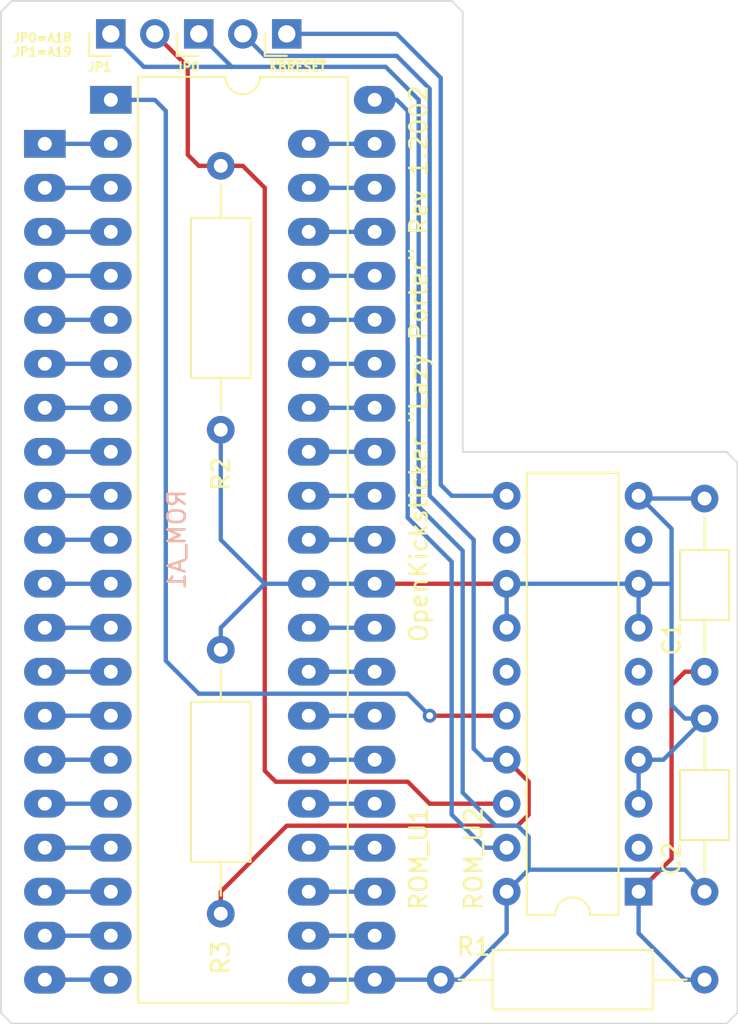
<source format=kicad_pcb>
(kicad_pcb (version 20171130) (host pcbnew "(5.1.5)-3")

  (general
    (thickness 1.6)
    (drawings 13)
    (tracks 138)
    (zones 0)
    (modules 11)
    (nets 53)
  )

  (page A4)
  (title_block
    (title OpenKicksticker)
    (date 2020-02-05)
    (rev 1.2002)
    (comment 4 "Latching Quad Kickstart Switcher (A500+)")
  )

  (layers
    (0 F.Cu signal hide)
    (31 B.Cu signal hide)
    (32 B.Adhes user hide)
    (33 F.Adhes user hide)
    (34 B.Paste user hide)
    (35 F.Paste user)
    (36 B.SilkS user hide)
    (37 F.SilkS user)
    (38 B.Mask user hide)
    (39 F.Mask user)
    (40 Dwgs.User user hide)
    (41 Cmts.User user hide)
    (42 Eco1.User user hide)
    (43 Eco2.User user hide)
    (44 Edge.Cuts user)
    (45 Margin user hide)
    (46 B.CrtYd user hide)
    (47 F.CrtYd user hide)
    (48 B.Fab user hide)
    (49 F.Fab user hide)
  )

  (setup
    (last_trace_width 0.25)
    (trace_clearance 0.2)
    (zone_clearance 0.508)
    (zone_45_only no)
    (trace_min 0.2)
    (via_size 0.8)
    (via_drill 0.4)
    (via_min_size 0.4)
    (via_min_drill 0.3)
    (uvia_size 0.3)
    (uvia_drill 0.1)
    (uvias_allowed no)
    (uvia_min_size 0.2)
    (uvia_min_drill 0.1)
    (edge_width 0.05)
    (segment_width 0.2)
    (pcb_text_width 0.3)
    (pcb_text_size 1.5 1.5)
    (mod_edge_width 0.127)
    (mod_text_size 1 1)
    (mod_text_width 0.15)
    (pad_size 1.524 1.524)
    (pad_drill 0.762)
    (pad_to_mask_clearance 0.0508)
    (aux_axis_origin 0 0)
    (visible_elements 7FFFFFFF)
    (pcbplotparams
      (layerselection 0x010fc_ffffffff)
      (usegerberextensions false)
      (usegerberattributes false)
      (usegerberadvancedattributes false)
      (creategerberjobfile false)
      (excludeedgelayer true)
      (linewidth 0.100000)
      (plotframeref false)
      (viasonmask false)
      (mode 1)
      (useauxorigin false)
      (hpglpennumber 1)
      (hpglpenspeed 20)
      (hpglpendiameter 15.000000)
      (psnegative false)
      (psa4output false)
      (plotreference true)
      (plotvalue true)
      (plotinvisibletext false)
      (padsonsilk false)
      (subtractmaskfromsilk false)
      (outputformat 1)
      (mirror false)
      (drillshape 1)
      (scaleselection 1)
      (outputdirectory ""))
  )

  (net 0 "")
  (net 1 "Net-(C1-Pad1)")
  (net 2 "Net-(C1-Pad2)")
  (net 3 "Net-(C2-Pad1)")
  (net 4 "Net-(R2-Pad1)")
  (net 5 "Net-(R3-Pad1)")
  (net 6 /a17)
  (net 7 /a7)
  (net 8 /d4)
  (net 9 /a6)
  (net 10 /d12)
  (net 11 /a5)
  (net 12 /d5)
  (net 13 /a4)
  (net 14 /d13)
  (net 15 /a3)
  (net 16 /d6)
  (net 17 /a2)
  (net 18 /d14)
  (net 19 /a1)
  (net 20 /d7)
  (net 21 /a0)
  (net 22 /d15)
  (net 23 /~ce)
  (net 24 /vpp)
  (net 25 /~oe)
  (net 26 /a16)
  (net 27 /d0)
  (net 28 /a15)
  (net 29 /d8)
  (net 30 /a14)
  (net 31 /d1)
  (net 32 /a13)
  (net 33 /d9)
  (net 34 /a12)
  (net 35 /d2)
  (net 36 /a11)
  (net 37 /d10)
  (net 38 /a10)
  (net 39 /d3)
  (net 40 /a9)
  (net 41 /d11)
  (net 42 /a8)
  (net 43 "Net-(ROM_U1-Pad1)")
  (net 44 "Net-(ROM_U1-Pad42)")
  (net 45 "Net-(ROM_U2-Pad11)")
  (net 46 "Net-(ROM_U2-Pad2)")
  (net 47 "Net-(ROM_U2-Pad12)")
  (net 48 "Net-(ROM_U2-Pad5)")
  (net 49 "Net-(ROM_U2-Pad15)")
  (net 50 "Net-(ROM_U2-Pad6)")
  (net 51 "Net-(ROM_U2-Pad9)")
  (net 52 "Net-(ROM_A1-Pad11)")

  (net_class Default "This is the default net class."
    (clearance 0.2)
    (trace_width 0.25)
    (via_dia 0.8)
    (via_drill 0.4)
    (uvia_dia 0.3)
    (uvia_drill 0.1)
    (add_net /a0)
    (add_net /a1)
    (add_net /a10)
    (add_net /a11)
    (add_net /a12)
    (add_net /a13)
    (add_net /a14)
    (add_net /a15)
    (add_net /a16)
    (add_net /a17)
    (add_net /a2)
    (add_net /a3)
    (add_net /a4)
    (add_net /a5)
    (add_net /a6)
    (add_net /a7)
    (add_net /a8)
    (add_net /a9)
    (add_net /d0)
    (add_net /d1)
    (add_net /d10)
    (add_net /d11)
    (add_net /d12)
    (add_net /d13)
    (add_net /d14)
    (add_net /d15)
    (add_net /d2)
    (add_net /d3)
    (add_net /d4)
    (add_net /d5)
    (add_net /d6)
    (add_net /d7)
    (add_net /d8)
    (add_net /d9)
    (add_net /vpp)
    (add_net /~ce)
    (add_net /~oe)
    (add_net "Net-(C1-Pad1)")
    (add_net "Net-(C1-Pad2)")
    (add_net "Net-(C2-Pad1)")
    (add_net "Net-(R2-Pad1)")
    (add_net "Net-(R3-Pad1)")
    (add_net "Net-(ROM_A1-Pad11)")
    (add_net "Net-(ROM_U1-Pad1)")
    (add_net "Net-(ROM_U1-Pad42)")
    (add_net "Net-(ROM_U2-Pad11)")
    (add_net "Net-(ROM_U2-Pad12)")
    (add_net "Net-(ROM_U2-Pad15)")
    (add_net "Net-(ROM_U2-Pad2)")
    (add_net "Net-(ROM_U2-Pad5)")
    (add_net "Net-(ROM_U2-Pad6)")
    (add_net "Net-(ROM_U2-Pad9)")
  )

  (module Package_DIP:DIP-40_W15.24mm_LongPads (layer F.Cu) (tedit 5E3BBF20) (tstamp 5E3B4C83)
    (at 127 69.215)
    (descr "40-lead though-hole mounted DIP package, row spacing 15.24 mm (600 mils), LongPads")
    (tags "THT DIP DIL PDIP 2.54mm 15.24mm 600mil LongPads")
    (path /5EC0E7B7)
    (fp_text reference ROM_A1 (at 7.62 22.86 90) (layer B.SilkS)
      (effects (font (size 1 1) (thickness 0.15)) (justify mirror))
    )
    (fp_text value 27C400_Amiga_Driver (at 8.89 22.86 90) (layer B.Fab)
      (effects (font (size 1 1) (thickness 0.15)) (justify mirror))
    )
    (fp_line (start -1.5 -1.524) (end -1.5 49.784) (layer F.CrtYd) (width 0.05))
    (fp_line (start -1.5 49.784) (end 1.524 49.784) (layer F.CrtYd) (width 0.05))
    (fp_line (start 16.764 49.784) (end 16.764 -1.524) (layer F.CrtYd) (width 0.05))
    (fp_line (start 1.524 -1.524) (end -1.5 -1.524) (layer F.CrtYd) (width 0.05))
    (fp_text user %R (at 5.715 22.86 90) (layer B.Fab)
      (effects (font (size 1 1) (thickness 0.15)) (justify mirror))
    )
    (fp_line (start 16.764 -1.524) (end 13.716 -1.524) (layer F.CrtYd) (width 0.05))
    (fp_line (start 13.716 49.784) (end 16.764 49.784) (layer F.CrtYd) (width 0.05))
    (fp_line (start 13.716 49.784) (end 13.716 -1.524) (layer F.CrtYd) (width 0.05))
    (fp_line (start 1.524 -1.524) (end 1.524 49.784) (layer F.CrtYd) (width 0.05))
    (fp_line (start -1.524 -1.524) (end 1.524 -1.524) (layer B.Fab) (width 0.12))
    (fp_line (start 1.524 -1.524) (end 1.524 49.784) (layer B.Fab) (width 0.12))
    (fp_line (start 1.524 49.784) (end -1.524 49.784) (layer B.Fab) (width 0.12))
    (fp_line (start -1.524 49.784) (end -1.524 -1.524) (layer B.Fab) (width 0.12))
    (fp_line (start 13.716 -1.524) (end 16.764 -1.524) (layer B.Fab) (width 0.12))
    (fp_line (start 16.764 -1.524) (end 16.764 49.784) (layer B.Fab) (width 0.12))
    (fp_line (start 16.764 49.784) (end 13.716 49.784) (layer B.Fab) (width 0.12))
    (fp_line (start 13.716 49.784) (end 13.716 -1.524) (layer B.Fab) (width 0.12))
    (pad 1 thru_hole rect (at 0 0) (size 2.4 1.6) (drill 0.8) (layers *.Cu *.Mask)
      (net 6 /a17))
    (pad 21 thru_hole oval (at 15.24 48.26) (size 2.4 1.6) (drill 0.8) (layers *.Cu *.Mask)
      (net 3 "Net-(C2-Pad1)"))
    (pad 2 thru_hole oval (at 0 2.54) (size 2.4 1.6) (drill 0.8) (layers *.Cu *.Mask)
      (net 7 /a7))
    (pad 22 thru_hole oval (at 15.24 45.72) (size 2.4 1.6) (drill 0.8) (layers *.Cu *.Mask)
      (net 8 /d4))
    (pad 3 thru_hole oval (at 0 5.08) (size 2.4 1.6) (drill 0.8) (layers *.Cu *.Mask)
      (net 9 /a6))
    (pad 23 thru_hole oval (at 15.24 43.18) (size 2.4 1.6) (drill 0.8) (layers *.Cu *.Mask)
      (net 10 /d12))
    (pad 4 thru_hole oval (at 0 7.62) (size 2.4 1.6) (drill 0.8) (layers *.Cu *.Mask)
      (net 11 /a5))
    (pad 24 thru_hole oval (at 15.24 40.64) (size 2.4 1.6) (drill 0.8) (layers *.Cu *.Mask)
      (net 12 /d5))
    (pad 5 thru_hole oval (at 0 10.16) (size 2.4 1.6) (drill 0.8) (layers *.Cu *.Mask)
      (net 13 /a4))
    (pad 25 thru_hole oval (at 15.24 38.1) (size 2.4 1.6) (drill 0.8) (layers *.Cu *.Mask)
      (net 14 /d13))
    (pad 6 thru_hole oval (at 0 12.7) (size 2.4 1.6) (drill 0.8) (layers *.Cu *.Mask)
      (net 15 /a3))
    (pad 26 thru_hole oval (at 15.24 35.56) (size 2.4 1.6) (drill 0.8) (layers *.Cu *.Mask)
      (net 16 /d6))
    (pad 7 thru_hole oval (at 0 15.24) (size 2.4 1.6) (drill 0.8) (layers *.Cu *.Mask)
      (net 17 /a2))
    (pad 27 thru_hole oval (at 15.24 33.02) (size 2.4 1.6) (drill 0.8) (layers *.Cu *.Mask)
      (net 18 /d14))
    (pad 8 thru_hole oval (at 0 17.78) (size 2.4 1.6) (drill 0.8) (layers *.Cu *.Mask)
      (net 19 /a1))
    (pad 28 thru_hole oval (at 15.24 30.48) (size 2.4 1.6) (drill 0.8) (layers *.Cu *.Mask)
      (net 20 /d7))
    (pad 9 thru_hole oval (at 0 20.32) (size 2.4 1.6) (drill 0.8) (layers *.Cu *.Mask)
      (net 21 /a0))
    (pad 29 thru_hole oval (at 15.24 27.94) (size 2.4 1.6) (drill 0.8) (layers *.Cu *.Mask)
      (net 22 /d15))
    (pad 10 thru_hole oval (at 0 22.86) (size 2.4 1.6) (drill 0.8) (layers *.Cu *.Mask)
      (net 23 /~ce))
    (pad 30 thru_hole oval (at 15.24 25.4) (size 2.4 1.6) (drill 0.8) (layers *.Cu *.Mask)
      (net 2 "Net-(C1-Pad2)"))
    (pad 11 thru_hole oval (at 0 25.4) (size 2.4 1.6) (drill 0.8) (layers *.Cu *.Mask)
      (net 52 "Net-(ROM_A1-Pad11)"))
    (pad 31 thru_hole oval (at 15.24 22.86) (size 2.4 1.6) (drill 0.8) (layers *.Cu *.Mask)
      (net 24 /vpp))
    (pad 12 thru_hole oval (at 0 27.94) (size 2.4 1.6) (drill 0.8) (layers *.Cu *.Mask)
      (net 25 /~oe))
    (pad 32 thru_hole oval (at 15.24 20.32) (size 2.4 1.6) (drill 0.8) (layers *.Cu *.Mask)
      (net 26 /a16))
    (pad 13 thru_hole oval (at 0 30.48) (size 2.4 1.6) (drill 0.8) (layers *.Cu *.Mask)
      (net 27 /d0))
    (pad 33 thru_hole oval (at 15.24 17.78) (size 2.4 1.6) (drill 0.8) (layers *.Cu *.Mask)
      (net 28 /a15))
    (pad 14 thru_hole oval (at 0 33.02) (size 2.4 1.6) (drill 0.8) (layers *.Cu *.Mask)
      (net 29 /d8))
    (pad 34 thru_hole oval (at 15.24 15.24) (size 2.4 1.6) (drill 0.8) (layers *.Cu *.Mask)
      (net 30 /a14))
    (pad 15 thru_hole oval (at 0 35.56) (size 2.4 1.6) (drill 0.8) (layers *.Cu *.Mask)
      (net 31 /d1))
    (pad 35 thru_hole oval (at 15.24 12.7) (size 2.4 1.6) (drill 0.8) (layers *.Cu *.Mask)
      (net 32 /a13))
    (pad 16 thru_hole oval (at 0 38.1) (size 2.4 1.6) (drill 0.8) (layers *.Cu *.Mask)
      (net 33 /d9))
    (pad 36 thru_hole oval (at 15.24 10.16) (size 2.4 1.6) (drill 0.8) (layers *.Cu *.Mask)
      (net 34 /a12))
    (pad 17 thru_hole oval (at 0 40.64) (size 2.4 1.6) (drill 0.8) (layers *.Cu *.Mask)
      (net 35 /d2))
    (pad 37 thru_hole oval (at 15.24 7.62) (size 2.4 1.6) (drill 0.8) (layers *.Cu *.Mask)
      (net 36 /a11))
    (pad 18 thru_hole oval (at 0 43.18) (size 2.4 1.6) (drill 0.8) (layers *.Cu *.Mask)
      (net 37 /d10))
    (pad 38 thru_hole oval (at 15.24 5.08) (size 2.4 1.6) (drill 0.8) (layers *.Cu *.Mask)
      (net 38 /a10))
    (pad 19 thru_hole oval (at 0 45.72) (size 2.4 1.6) (drill 0.8) (layers *.Cu *.Mask)
      (net 39 /d3))
    (pad 39 thru_hole oval (at 15.24 2.54) (size 2.4 1.6) (drill 0.8) (layers *.Cu *.Mask)
      (net 40 /a9))
    (pad 20 thru_hole oval (at 0 48.26) (size 2.4 1.6) (drill 0.8) (layers *.Cu *.Mask)
      (net 41 /d11))
    (pad 40 thru_hole oval (at 15.24 0) (size 2.4 1.6) (drill 0.8) (layers *.Cu *.Mask)
      (net 42 /a8))
  )

  (module Connector_PinHeader_2.54mm:PinHeader_1x01_P2.54mm_Horizontal (layer F.Cu) (tedit 5E3BBCC5) (tstamp 5E3BE1B8)
    (at 140.97 62.865 90)
    (descr "Through hole angled pin header, 1x01, 2.54mm pitch, 6mm pin length, single row")
    (tags "Through hole angled pin header THT 1x01 2.54mm single row")
    (path /5EB94486)
    (fp_text reference ~KBRESET (at -1.905 0.635 180) (layer F.SilkS)
      (effects (font (size 0.5 0.5) (thickness 0.125)))
    )
    (fp_text value Conn_01x01_Male (at 5.08 2.54 90) (layer F.Fab) hide
      (effects (font (size 1 1) (thickness 0.15)))
    )
    (fp_line (start -1.27 0) (end -1.27 -1.27) (layer F.SilkS) (width 0.12))
    (fp_line (start -1.27 -1.27) (end 0 -1.27) (layer F.SilkS) (width 0.12))
    (fp_line (start -1.27 -1.27) (end -1.27 1.27) (layer F.CrtYd) (width 0.05))
    (fp_line (start -1.27 1.27) (end 1.27 1.27) (layer F.CrtYd) (width 0.05))
    (fp_line (start 1.27 1.27) (end 1.27 -1.27) (layer F.CrtYd) (width 0.05))
    (fp_line (start 1.27 -1.27) (end -1.27 -1.27) (layer F.CrtYd) (width 0.05))
    (fp_text user ~KB (at 0 0) (layer F.Fab)
      (effects (font (size 0.7 0.7) (thickness 0.15)))
    )
    (fp_line (start -1.27 -1.27) (end -1.27 1.27) (layer F.Fab) (width 0.12))
    (fp_line (start -1.27 1.27) (end 1.27 1.27) (layer F.Fab) (width 0.12))
    (fp_line (start 1.27 1.27) (end 1.27 -1.27) (layer F.Fab) (width 0.12))
    (fp_line (start 1.27 -1.27) (end -1.27 -1.27) (layer F.Fab) (width 0.12))
    (pad 1 thru_hole rect (at 0 0 90) (size 1.7 1.7) (drill 1) (layers *.Cu *.Mask)
      (net 45 "Net-(ROM_U2-Pad11)"))
    (model ${KISYS3DMOD}/Connector_PinHeader_2.54mm.3dshapes/PinHeader_1x01_P2.54mm_Horizontal.wrl
      (at (xyz 0 0 0))
      (scale (xyz 1 1 1))
      (rotate (xyz 0 0 0))
    )
  )

  (module Connector_PinHeader_2.54mm:PinHeader_1x02_P2.54mm_Horizontal (layer F.Cu) (tedit 5E3BBBF8) (tstamp 5E3BE254)
    (at 135.89 62.865 90)
    (descr "Through hole angled pin header, 1x02, 2.54mm pitch, 6mm pin length, single row")
    (tags "Through hole angled pin header THT 1x02 2.54mm single row")
    (path /5E6BCA9D)
    (fp_text reference JP0 (at -1.905 -0.635) (layer F.SilkS)
      (effects (font (size 0.5 0.5) (thickness 0.125)))
    )
    (fp_text value JP0 (at 0 1.27 180) (layer F.Fab)
      (effects (font (size 1 1) (thickness 0.15)))
    )
    (fp_line (start 1.27 -1.27) (end -1.8 -1.27) (layer F.CrtYd) (width 0.05))
    (fp_line (start 1.27 3.81) (end 1.27 -1.27) (layer F.CrtYd) (width 0.05))
    (fp_line (start -1.8 3.81) (end 1.27 3.81) (layer F.CrtYd) (width 0.05))
    (fp_line (start -1.8 -1.27) (end -1.8 3.81) (layer F.CrtYd) (width 0.05))
    (fp_line (start -1.27 -1.27) (end 0 -1.27) (layer F.SilkS) (width 0.12))
    (fp_line (start -1.27 0) (end -1.27 -1.27) (layer F.SilkS) (width 0.12))
    (fp_line (start -0.32 2.22) (end -0.32 2.86) (layer F.Fab) (width 0.1))
    (fp_line (start -0.32 -0.32) (end -0.32 0.32) (layer F.Fab) (width 0.1))
    (fp_line (start -1.27 -0.635) (end -0.635 -1.27) (layer F.Fab) (width 0.12))
    (fp_line (start -0.635 -1.27) (end 1.27 -1.27) (layer F.Fab) (width 0.12))
    (fp_line (start 1.27 -1.27) (end 1.27 3.81) (layer F.Fab) (width 0.12))
    (fp_line (start 1.27 3.81) (end -1.27 3.81) (layer F.Fab) (width 0.12))
    (fp_line (start -1.27 3.81) (end -1.27 -0.635) (layer F.Fab) (width 0.12))
    (pad 2 thru_hole oval (at 0 2.54 90) (size 1.7 1.7) (drill 1) (layers *.Cu *.Mask)
      (net 5 "Net-(R3-Pad1)"))
    (pad 1 thru_hole rect (at 0 0 90) (size 1.7 1.7) (drill 1) (layers *.Cu *.Mask)
      (net 3 "Net-(C2-Pad1)"))
    (model ${KISYS3DMOD}/Connector_PinHeader_2.54mm.3dshapes/PinHeader_1x02_P2.54mm_Horizontal.wrl
      (at (xyz 0 0 0))
      (scale (xyz 1 1 1))
      (rotate (xyz 0 0 0))
    )
  )

  (module Connector_PinHeader_2.54mm:PinHeader_1x02_P2.54mm_Horizontal (layer F.Cu) (tedit 5E3BBB95) (tstamp 5E3B5CA1)
    (at 130.81 62.865 90)
    (descr "Through hole angled pin header, 1x02, 2.54mm pitch, 6mm pin length, single row")
    (tags "Through hole angled pin header THT 1x02 2.54mm single row")
    (path /5E6BD25F)
    (fp_text reference JP1 (at -1.905 -0.635 180) (layer F.SilkS)
      (effects (font (size 0.5 0.5) (thickness 0.125)))
    )
    (fp_text value JP1 (at 0 1.27 180) (layer F.Fab)
      (effects (font (size 1 1) (thickness 0.15)))
    )
    (fp_line (start -0.32 -0.32) (end -0.32 0.32) (layer F.Fab) (width 0.1))
    (fp_line (start -0.32 2.22) (end -0.32 2.86) (layer F.Fab) (width 0.1))
    (fp_line (start -1.27 0) (end -1.27 -1.27) (layer F.SilkS) (width 0.12))
    (fp_line (start -1.27 -1.27) (end 0 -1.27) (layer F.SilkS) (width 0.12))
    (fp_line (start -1.8 -1.27) (end -1.8 3.81) (layer F.CrtYd) (width 0.05))
    (fp_line (start -1.8 3.81) (end 1.27 3.81) (layer F.CrtYd) (width 0.05))
    (fp_line (start 1.27 3.81) (end 1.27 -1.27) (layer F.CrtYd) (width 0.05))
    (fp_line (start 1.27 -1.27) (end -1.8 -1.27) (layer F.CrtYd) (width 0.05))
    (fp_line (start -1.27 -0.635) (end -0.635 -1.27) (layer F.Fab) (width 0.12))
    (fp_line (start -0.635 -1.27) (end 1.27 -1.27) (layer F.Fab) (width 0.12))
    (fp_line (start 1.27 -1.27) (end 1.27 3.81) (layer F.Fab) (width 0.12))
    (fp_line (start 1.27 3.81) (end -1.27 3.81) (layer F.Fab) (width 0.12))
    (fp_line (start -1.27 3.81) (end -1.27 -0.635) (layer F.Fab) (width 0.12))
    (pad 1 thru_hole rect (at 0 0 90) (size 1.7 1.7) (drill 1) (layers *.Cu *.Mask)
      (net 3 "Net-(C2-Pad1)"))
    (pad 2 thru_hole oval (at 0 2.54 90) (size 1.7 1.7) (drill 1) (layers *.Cu *.Mask)
      (net 4 "Net-(R2-Pad1)"))
    (model ${KISYS3DMOD}/Connector_PinHeader_2.54mm.3dshapes/PinHeader_1x02_P2.54mm_Horizontal.wrl
      (at (xyz 0 0 0))
      (scale (xyz 1 1 1))
      (rotate (xyz 0 0 0))
    )
  )

  (module Resistor_THT:R_Axial_DIN0309_L9.0mm_D3.2mm_P15.24mm_Horizontal (layer F.Cu) (tedit 5E3BBB00) (tstamp 5E3B6342)
    (at 149.86 117.475)
    (descr "Resistor, Axial_DIN0309 series, Axial, Horizontal, pin pitch=15.24mm, 0.5W = 1/2W, length*diameter=9*3.2mm^2, http://cdn-reichelt.de/documents/datenblatt/B400/1_4W%23YAG.pdf")
    (tags "Resistor Axial_DIN0309 series Axial Horizontal pin pitch 15.24mm 0.5W = 1/2W length 9mm diameter 3.2mm")
    (path /5E84A4B9)
    (fp_text reference R1 (at 1.905 -1.905) (layer F.SilkS)
      (effects (font (size 1 1) (thickness 0.15)))
    )
    (fp_text value 1k (at 7.62 0) (layer F.Fab)
      (effects (font (size 1 1) (thickness 0.15)))
    )
    (fp_line (start 3.12 -1.6) (end 3.12 1.6) (layer F.Fab) (width 0.1))
    (fp_line (start 3.12 1.6) (end 12.12 1.6) (layer F.Fab) (width 0.1))
    (fp_line (start 12.12 1.6) (end 12.12 -1.6) (layer F.Fab) (width 0.1))
    (fp_line (start 12.12 -1.6) (end 3.12 -1.6) (layer F.Fab) (width 0.1))
    (fp_line (start 0 0) (end 3.12 0) (layer F.Fab) (width 0.1))
    (fp_line (start 15.24 0) (end 12.12 0) (layer F.Fab) (width 0.1))
    (fp_line (start 3 -1.72) (end 3 1.72) (layer F.SilkS) (width 0.12))
    (fp_line (start 3 1.72) (end 12.24 1.72) (layer F.SilkS) (width 0.12))
    (fp_line (start 12.24 1.72) (end 12.24 -1.72) (layer F.SilkS) (width 0.12))
    (fp_line (start 12.24 -1.72) (end 3 -1.72) (layer F.SilkS) (width 0.12))
    (fp_line (start 1.04 0) (end 3 0) (layer F.SilkS) (width 0.12))
    (fp_line (start 14.2 0) (end 12.24 0) (layer F.SilkS) (width 0.12))
    (fp_line (start -1.05 -1.85) (end -1.05 1.85) (layer F.CrtYd) (width 0.05))
    (fp_line (start -1.05 1.85) (end 16.29 1.85) (layer F.CrtYd) (width 0.05))
    (fp_line (start 16.29 1.85) (end 16.29 -1.85) (layer F.CrtYd) (width 0.05))
    (fp_line (start 16.29 -1.85) (end -1.05 -1.85) (layer F.CrtYd) (width 0.05))
    (fp_text user %R (at 1.905 -0.635) (layer F.Fab)
      (effects (font (size 1 1) (thickness 0.15)))
    )
    (pad 1 thru_hole circle (at 0 0) (size 1.6 1.6) (drill 0.8) (layers *.Cu *.Mask)
      (net 3 "Net-(C2-Pad1)"))
    (pad 2 thru_hole oval (at 15.24 0) (size 1.6 1.6) (drill 0.8) (layers *.Cu *.Mask)
      (net 1 "Net-(C1-Pad1)"))
    (model ${KISYS3DMOD}/Resistor_THT.3dshapes/R_Axial_DIN0309_L9.0mm_D3.2mm_P15.24mm_Horizontal.wrl
      (at (xyz 0 0 0))
      (scale (xyz 1 1 1))
      (rotate (xyz 0 0 0))
    )
  )

  (module Resistor_THT:R_Axial_DIN0309_L9.0mm_D3.2mm_P15.24mm_Horizontal (layer F.Cu) (tedit 5E3BBAE3) (tstamp 5E3B4C30)
    (at 137.16 70.485 270)
    (descr "Resistor, Axial_DIN0309 series, Axial, Horizontal, pin pitch=15.24mm, 0.5W = 1/2W, length*diameter=9*3.2mm^2, http://cdn-reichelt.de/documents/datenblatt/B400/1_4W%23YAG.pdf")
    (tags "Resistor Axial_DIN0309 series Axial Horizontal pin pitch 15.24mm 0.5W = 1/2W length 9mm diameter 3.2mm")
    (path /5E86995B)
    (fp_text reference R2 (at 17.78 0 90) (layer F.SilkS)
      (effects (font (size 1 1) (thickness 0.15)))
    )
    (fp_text value 4k7 (at 7.62 0 90) (layer F.Fab)
      (effects (font (size 1 1) (thickness 0.15)))
    )
    (fp_text user %R (at 1.905 -0.635 90) (layer F.Fab)
      (effects (font (size 1 1) (thickness 0.15)))
    )
    (fp_line (start 16.29 -1.85) (end -1.05 -1.85) (layer F.CrtYd) (width 0.05))
    (fp_line (start 16.29 1.85) (end 16.29 -1.85) (layer F.CrtYd) (width 0.05))
    (fp_line (start -1.05 1.85) (end 16.29 1.85) (layer F.CrtYd) (width 0.05))
    (fp_line (start -1.05 -1.85) (end -1.05 1.85) (layer F.CrtYd) (width 0.05))
    (fp_line (start 14.2 0) (end 12.24 0) (layer F.SilkS) (width 0.12))
    (fp_line (start 1.04 0) (end 3 0) (layer F.SilkS) (width 0.12))
    (fp_line (start 12.24 -1.72) (end 3 -1.72) (layer F.SilkS) (width 0.12))
    (fp_line (start 12.24 1.72) (end 12.24 -1.72) (layer F.SilkS) (width 0.12))
    (fp_line (start 3 1.72) (end 12.24 1.72) (layer F.SilkS) (width 0.12))
    (fp_line (start 3 -1.72) (end 3 1.72) (layer F.SilkS) (width 0.12))
    (fp_line (start 15.24 0) (end 12.12 0) (layer F.Fab) (width 0.1))
    (fp_line (start 0 0) (end 3.12 0) (layer F.Fab) (width 0.1))
    (fp_line (start 12.12 -1.6) (end 3.12 -1.6) (layer F.Fab) (width 0.1))
    (fp_line (start 12.12 1.6) (end 12.12 -1.6) (layer F.Fab) (width 0.1))
    (fp_line (start 3.12 1.6) (end 12.12 1.6) (layer F.Fab) (width 0.1))
    (fp_line (start 3.12 -1.6) (end 3.12 1.6) (layer F.Fab) (width 0.1))
    (pad 2 thru_hole oval (at 15.24 0 270) (size 1.6 1.6) (drill 0.8) (layers *.Cu *.Mask)
      (net 2 "Net-(C1-Pad2)"))
    (pad 1 thru_hole circle (at 0 0 270) (size 1.6 1.6) (drill 0.8) (layers *.Cu *.Mask)
      (net 4 "Net-(R2-Pad1)"))
    (model ${KISYS3DMOD}/Resistor_THT.3dshapes/R_Axial_DIN0309_L9.0mm_D3.2mm_P15.24mm_Horizontal.wrl
      (at (xyz 0 0 0))
      (scale (xyz 1 1 1))
      (rotate (xyz 0 0 0))
    )
  )

  (module Resistor_THT:R_Axial_DIN0309_L9.0mm_D3.2mm_P15.24mm_Horizontal (layer F.Cu) (tedit 5E3BBAD4) (tstamp 5E3B6C94)
    (at 137.16 113.665 90)
    (descr "Resistor, Axial_DIN0309 series, Axial, Horizontal, pin pitch=15.24mm, 0.5W = 1/2W, length*diameter=9*3.2mm^2, http://cdn-reichelt.de/documents/datenblatt/B400/1_4W%23YAG.pdf")
    (tags "Resistor Axial_DIN0309 series Axial Horizontal pin pitch 15.24mm 0.5W = 1/2W length 9mm diameter 3.2mm")
    (path /5E87A2B0)
    (fp_text reference R3 (at -2.54 0 90) (layer F.SilkS)
      (effects (font (size 1 1) (thickness 0.15)))
    )
    (fp_text value 4k7 (at 7.62 0 90) (layer F.Fab)
      (effects (font (size 1 1) (thickness 0.15)))
    )
    (fp_line (start 3.12 -1.6) (end 3.12 1.6) (layer F.Fab) (width 0.1))
    (fp_line (start 3.12 1.6) (end 12.12 1.6) (layer F.Fab) (width 0.1))
    (fp_line (start 12.12 1.6) (end 12.12 -1.6) (layer F.Fab) (width 0.1))
    (fp_line (start 12.12 -1.6) (end 3.12 -1.6) (layer F.Fab) (width 0.1))
    (fp_line (start 0 0) (end 3.12 0) (layer F.Fab) (width 0.1))
    (fp_line (start 15.24 0) (end 12.12 0) (layer F.Fab) (width 0.1))
    (fp_line (start 3 -1.72) (end 3 1.72) (layer F.SilkS) (width 0.12))
    (fp_line (start 3 1.72) (end 12.24 1.72) (layer F.SilkS) (width 0.12))
    (fp_line (start 12.24 1.72) (end 12.24 -1.72) (layer F.SilkS) (width 0.12))
    (fp_line (start 12.24 -1.72) (end 3 -1.72) (layer F.SilkS) (width 0.12))
    (fp_line (start 1.04 0) (end 3 0) (layer F.SilkS) (width 0.12))
    (fp_line (start 14.2 0) (end 12.24 0) (layer F.SilkS) (width 0.12))
    (fp_line (start -1.05 -1.85) (end -1.05 1.85) (layer F.CrtYd) (width 0.05))
    (fp_line (start -1.05 1.85) (end 16.29 1.85) (layer F.CrtYd) (width 0.05))
    (fp_line (start 16.29 1.85) (end 16.29 -1.85) (layer F.CrtYd) (width 0.05))
    (fp_line (start 16.29 -1.85) (end -1.05 -1.85) (layer F.CrtYd) (width 0.05))
    (fp_text user %R (at 1.905 -0.635 90) (layer F.Fab)
      (effects (font (size 1 1) (thickness 0.15)))
    )
    (pad 1 thru_hole circle (at 0 0 90) (size 1.6 1.6) (drill 0.8) (layers *.Cu *.Mask)
      (net 5 "Net-(R3-Pad1)"))
    (pad 2 thru_hole oval (at 15.24 0 90) (size 1.6 1.6) (drill 0.8) (layers *.Cu *.Mask)
      (net 2 "Net-(C1-Pad2)"))
    (model ${KISYS3DMOD}/Resistor_THT.3dshapes/R_Axial_DIN0309_L9.0mm_D3.2mm_P15.24mm_Horizontal.wrl
      (at (xyz 0 0 0))
      (scale (xyz 1 1 1))
      (rotate (xyz 0 0 0))
    )
  )

  (module Capacitor_THT:C_Axial_L3.8mm_D2.6mm_P10.00mm_Horizontal (layer F.Cu) (tedit 5E3BBAB9) (tstamp 5E3B7966)
    (at 165.1 99.695 90)
    (descr "C, Axial series, Axial, Horizontal, pin pitch=10mm, , length*diameter=3.8*2.6mm^2, http://www.vishay.com/docs/45231/arseries.pdf")
    (tags "C Axial series Axial Horizontal pin pitch 10mm  length 3.8mm diameter 2.6mm")
    (path /5E8498E5)
    (fp_text reference C1 (at 1.905 -1.905 90) (layer F.SilkS)
      (effects (font (size 1 1) (thickness 0.15)))
    )
    (fp_text value 10pF (at 5.08 0 90) (layer F.Fab)
      (effects (font (size 0.8 0.8) (thickness 0.15)))
    )
    (fp_line (start 3.1 -1.3) (end 3.1 1.3) (layer F.Fab) (width 0.1))
    (fp_line (start 3.1 1.3) (end 6.9 1.3) (layer F.Fab) (width 0.1))
    (fp_line (start 6.9 1.3) (end 6.9 -1.3) (layer F.Fab) (width 0.1))
    (fp_line (start 6.9 -1.3) (end 3.1 -1.3) (layer F.Fab) (width 0.1))
    (fp_line (start 0 0) (end 3.1 0) (layer F.Fab) (width 0.1))
    (fp_line (start 10 0) (end 6.9 0) (layer F.Fab) (width 0.1))
    (fp_line (start 2.98 -1.42) (end 2.98 1.42) (layer F.SilkS) (width 0.12))
    (fp_line (start 2.98 1.42) (end 7.02 1.42) (layer F.SilkS) (width 0.12))
    (fp_line (start 7.02 1.42) (end 7.02 -1.42) (layer F.SilkS) (width 0.12))
    (fp_line (start 7.02 -1.42) (end 2.98 -1.42) (layer F.SilkS) (width 0.12))
    (fp_line (start 1.04 0) (end 2.98 0) (layer F.SilkS) (width 0.12))
    (fp_line (start 8.96 0) (end 7.02 0) (layer F.SilkS) (width 0.12))
    (fp_line (start -1.05 -1.55) (end -1.05 1.55) (layer F.CrtYd) (width 0.05))
    (fp_line (start -1.05 1.55) (end 11.05 1.55) (layer F.CrtYd) (width 0.05))
    (fp_line (start 11.05 1.55) (end 11.05 -1.55) (layer F.CrtYd) (width 0.05))
    (fp_line (start 11.05 -1.55) (end -1.05 -1.55) (layer F.CrtYd) (width 0.05))
    (fp_text user %R (at 1.905 -0.635 90) (layer F.Fab)
      (effects (font (size 0.76 0.76) (thickness 0.114)))
    )
    (pad 1 thru_hole circle (at 0 0 90) (size 1.6 1.6) (drill 0.8) (layers *.Cu *.Mask)
      (net 1 "Net-(C1-Pad1)"))
    (pad 2 thru_hole oval (at 10 0 90) (size 1.6 1.6) (drill 0.8) (layers *.Cu *.Mask)
      (net 2 "Net-(C1-Pad2)"))
    (model ${KISYS3DMOD}/Capacitor_THT.3dshapes/C_Axial_L3.8mm_D2.6mm_P10.00mm_Horizontal.wrl
      (at (xyz 0 0 0))
      (scale (xyz 1 1 1))
      (rotate (xyz 0 0 0))
    )
  )

  (module Capacitor_THT:C_Axial_L3.8mm_D2.6mm_P10.00mm_Horizontal (layer F.Cu) (tedit 5E3BBA97) (tstamp 5E3BBD8D)
    (at 165.1 112.395 90)
    (descr "C, Axial series, Axial, Horizontal, pin pitch=10mm, , length*diameter=3.8*2.6mm^2, http://www.vishay.com/docs/45231/arseries.pdf")
    (tags "C Axial series Axial Horizontal pin pitch 10mm  length 3.8mm diameter 2.6mm")
    (path /5E9C6622)
    (fp_text reference C2 (at 1.905 -1.905 270) (layer F.SilkS)
      (effects (font (size 1 1) (thickness 0.15)))
    )
    (fp_text value 0.1uF (at 5.08 0 270) (layer F.Fab)
      (effects (font (size 0.8 0.8) (thickness 0.15)))
    )
    (fp_text user %R (at 1.905 -0.635 270) (layer F.Fab)
      (effects (font (size 0.76 0.76) (thickness 0.114)))
    )
    (fp_line (start 11.05 -1.55) (end -1.05 -1.55) (layer F.CrtYd) (width 0.05))
    (fp_line (start 11.05 1.55) (end 11.05 -1.55) (layer F.CrtYd) (width 0.05))
    (fp_line (start -1.05 1.55) (end 11.05 1.55) (layer F.CrtYd) (width 0.05))
    (fp_line (start -1.05 -1.55) (end -1.05 1.55) (layer F.CrtYd) (width 0.05))
    (fp_line (start 8.96 0) (end 7.02 0) (layer F.SilkS) (width 0.12))
    (fp_line (start 1.04 0) (end 2.98 0) (layer F.SilkS) (width 0.12))
    (fp_line (start 7.02 -1.42) (end 2.98 -1.42) (layer F.SilkS) (width 0.12))
    (fp_line (start 7.02 1.42) (end 7.02 -1.42) (layer F.SilkS) (width 0.12))
    (fp_line (start 2.98 1.42) (end 7.02 1.42) (layer F.SilkS) (width 0.12))
    (fp_line (start 2.98 -1.42) (end 2.98 1.42) (layer F.SilkS) (width 0.12))
    (fp_line (start 10 0) (end 6.9 0) (layer F.Fab) (width 0.1))
    (fp_line (start 0 0) (end 3.1 0) (layer F.Fab) (width 0.1))
    (fp_line (start 6.9 -1.3) (end 3.1 -1.3) (layer F.Fab) (width 0.1))
    (fp_line (start 6.9 1.3) (end 6.9 -1.3) (layer F.Fab) (width 0.1))
    (fp_line (start 3.1 1.3) (end 6.9 1.3) (layer F.Fab) (width 0.1))
    (fp_line (start 3.1 -1.3) (end 3.1 1.3) (layer F.Fab) (width 0.1))
    (pad 2 thru_hole oval (at 10 0 90) (size 1.6 1.6) (drill 0.8) (layers *.Cu *.Mask)
      (net 2 "Net-(C1-Pad2)"))
    (pad 1 thru_hole circle (at 0 0 90) (size 1.6 1.6) (drill 0.8) (layers *.Cu *.Mask)
      (net 3 "Net-(C2-Pad1)"))
    (model ${KISYS3DMOD}/Capacitor_THT.3dshapes/C_Axial_L3.8mm_D2.6mm_P10.00mm_Horizontal.wrl
      (at (xyz 0 0 0))
      (scale (xyz 1 1 1))
      (rotate (xyz 0 0 0))
    )
  )

  (module Package_DIP:DIP-20_W7.62mm (layer F.Cu) (tedit 5E3BB9C6) (tstamp 5E3B6262)
    (at 161.29 112.395 180)
    (descr "20-lead though-hole mounted DIP package, row spacing 7.62 mm (300 mils)")
    (tags "THT DIP DIL PDIP 2.54mm 7.62mm 300mil")
    (path /5E761EF9)
    (fp_text reference ROM_U2 (at 9.525 1.905 90) (layer F.SilkS)
      (effects (font (size 1 1) (thickness 0.15)))
    )
    (fp_text value 74AHC273 (at 5.08 11.43 270) (layer F.Fab)
      (effects (font (size 1 1) (thickness 0.15)))
    )
    (fp_arc (start 3.81 -1.33) (end 2.81 -1.33) (angle -180) (layer F.SilkS) (width 0.12))
    (fp_line (start 1.635 -1.27) (end 6.985 -1.27) (layer F.Fab) (width 0.1))
    (fp_line (start 6.985 -1.27) (end 6.985 24.13) (layer F.Fab) (width 0.1))
    (fp_line (start 6.985 24.13) (end 0.635 24.13) (layer F.Fab) (width 0.1))
    (fp_line (start 0.635 24.13) (end 0.635 -0.27) (layer F.Fab) (width 0.1))
    (fp_line (start 0.635 -0.27) (end 1.635 -1.27) (layer F.Fab) (width 0.1))
    (fp_line (start 2.81 -1.33) (end 1.16 -1.33) (layer F.SilkS) (width 0.12))
    (fp_line (start 1.16 -1.33) (end 1.16 24.19) (layer F.SilkS) (width 0.12))
    (fp_line (start 1.16 24.19) (end 6.46 24.19) (layer F.SilkS) (width 0.12))
    (fp_line (start 6.46 24.19) (end 6.46 -1.33) (layer F.SilkS) (width 0.12))
    (fp_line (start 6.46 -1.33) (end 4.81 -1.33) (layer F.SilkS) (width 0.12))
    (fp_line (start -1.1 -1.55) (end -1.1 24.4) (layer F.CrtYd) (width 0.05))
    (fp_line (start -1.1 24.4) (end 8.7 24.4) (layer F.CrtYd) (width 0.05))
    (fp_line (start 8.7 24.4) (end 8.7 -1.55) (layer F.CrtYd) (width 0.05))
    (fp_line (start 8.7 -1.55) (end -1.1 -1.55) (layer F.CrtYd) (width 0.05))
    (fp_text user %R (at 2.54 11.43 90) (layer F.Fab)
      (effects (font (size 1 1) (thickness 0.15)))
    )
    (pad 1 thru_hole rect (at 0 0 180) (size 1.6 1.6) (drill 0.8) (layers *.Cu *.Mask)
      (net 1 "Net-(C1-Pad1)"))
    (pad 11 thru_hole oval (at 7.62 22.86 180) (size 1.6 1.6) (drill 0.8) (layers *.Cu *.Mask)
      (net 45 "Net-(ROM_U2-Pad11)"))
    (pad 2 thru_hole oval (at 0 2.54 180) (size 1.6 1.6) (drill 0.8) (layers *.Cu *.Mask)
      (net 46 "Net-(ROM_U2-Pad2)"))
    (pad 12 thru_hole oval (at 7.62 20.32 180) (size 1.6 1.6) (drill 0.8) (layers *.Cu *.Mask)
      (net 47 "Net-(ROM_U2-Pad12)"))
    (pad 3 thru_hole oval (at 0 5.08 180) (size 1.6 1.6) (drill 0.8) (layers *.Cu *.Mask)
      (net 2 "Net-(C1-Pad2)"))
    (pad 13 thru_hole oval (at 7.62 17.78 180) (size 1.6 1.6) (drill 0.8) (layers *.Cu *.Mask)
      (net 2 "Net-(C1-Pad2)"))
    (pad 4 thru_hole oval (at 0 7.62 180) (size 1.6 1.6) (drill 0.8) (layers *.Cu *.Mask)
      (net 2 "Net-(C1-Pad2)"))
    (pad 14 thru_hole oval (at 7.62 15.24 180) (size 1.6 1.6) (drill 0.8) (layers *.Cu *.Mask)
      (net 2 "Net-(C1-Pad2)"))
    (pad 5 thru_hole oval (at 0 10.16 180) (size 1.6 1.6) (drill 0.8) (layers *.Cu *.Mask)
      (net 48 "Net-(ROM_U2-Pad5)"))
    (pad 15 thru_hole oval (at 7.62 12.7 180) (size 1.6 1.6) (drill 0.8) (layers *.Cu *.Mask)
      (net 49 "Net-(ROM_U2-Pad15)"))
    (pad 6 thru_hole oval (at 0 12.7 180) (size 1.6 1.6) (drill 0.8) (layers *.Cu *.Mask)
      (net 50 "Net-(ROM_U2-Pad6)"))
    (pad 16 thru_hole oval (at 7.62 10.16 180) (size 1.6 1.6) (drill 0.8) (layers *.Cu *.Mask)
      (net 43 "Net-(ROM_U1-Pad1)"))
    (pad 7 thru_hole oval (at 0 15.24 180) (size 1.6 1.6) (drill 0.8) (layers *.Cu *.Mask)
      (net 2 "Net-(C1-Pad2)"))
    (pad 17 thru_hole oval (at 7.62 7.62 180) (size 1.6 1.6) (drill 0.8) (layers *.Cu *.Mask)
      (net 5 "Net-(R3-Pad1)"))
    (pad 8 thru_hole oval (at 0 17.78 180) (size 1.6 1.6) (drill 0.8) (layers *.Cu *.Mask)
      (net 2 "Net-(C1-Pad2)"))
    (pad 18 thru_hole oval (at 7.62 5.08 180) (size 1.6 1.6) (drill 0.8) (layers *.Cu *.Mask)
      (net 4 "Net-(R2-Pad1)"))
    (pad 9 thru_hole oval (at 0 20.32 180) (size 1.6 1.6) (drill 0.8) (layers *.Cu *.Mask)
      (net 51 "Net-(ROM_U2-Pad9)"))
    (pad 19 thru_hole oval (at 7.62 2.54 180) (size 1.6 1.6) (drill 0.8) (layers *.Cu *.Mask)
      (net 44 "Net-(ROM_U1-Pad42)"))
    (pad 10 thru_hole oval (at 0 22.86 180) (size 1.6 1.6) (drill 0.8) (layers *.Cu *.Mask)
      (net 2 "Net-(C1-Pad2)"))
    (pad 20 thru_hole oval (at 7.62 0 180) (size 1.6 1.6) (drill 0.8) (layers *.Cu *.Mask)
      (net 3 "Net-(C2-Pad1)"))
    (model ${KISYS3DMOD}/Package_DIP.3dshapes/DIP-20_W7.62mm.wrl
      (at (xyz 0 0 0))
      (scale (xyz 1 1 1))
      (rotate (xyz 0 0 0))
    )
  )

  (module Package_DIP:DIP-42_W15.24mm_Socket_LongPads (layer F.Cu) (tedit 5E3BB90E) (tstamp 5E3B4D2F)
    (at 130.81 66.675)
    (descr "42-lead though-hole mounted DIP package, row spacing 15.24 mm (600 mils), Socket, LongPads")
    (tags "THT DIP DIL PDIP 2.54mm 15.24mm 600mil Socket LongPads")
    (path /5E731140)
    (fp_text reference ROM_U1 (at 17.78 43.815 270) (layer F.SilkS)
      (effects (font (size 1 1) (thickness 0.15)))
    )
    (fp_text value "M27C160 SOCKET" (at 6.35 25.4 90) (layer F.Fab)
      (effects (font (size 1 1) (thickness 0.15)))
    )
    (fp_arc (start 7.62 -1.33) (end 6.62 -1.33) (angle -180) (layer F.SilkS) (width 0.12))
    (fp_line (start 1.255 -1.27) (end 14.985 -1.27) (layer F.Fab) (width 0.1))
    (fp_line (start 14.985 -1.27) (end 14.985 52.07) (layer F.Fab) (width 0.1))
    (fp_line (start 14.985 52.07) (end 0.255 52.07) (layer F.Fab) (width 0.1))
    (fp_line (start 0.255 52.07) (end 0.255 -0.27) (layer F.Fab) (width 0.1))
    (fp_line (start 0.255 -0.27) (end 1.255 -1.27) (layer F.Fab) (width 0.1))
    (fp_line (start -1.27 -1.33) (end -1.27 52.13) (layer F.Fab) (width 0.1))
    (fp_line (start -1.27 52.13) (end 16.51 52.13) (layer F.Fab) (width 0.1))
    (fp_line (start 16.51 52.13) (end 16.51 -1.33) (layer F.Fab) (width 0.1))
    (fp_line (start 16.51 -1.33) (end -1.27 -1.33) (layer F.Fab) (width 0.1))
    (fp_line (start 6.62 -1.33) (end 1.56 -1.33) (layer F.SilkS) (width 0.12))
    (fp_line (start 1.56 -1.33) (end 1.56 52.13) (layer F.SilkS) (width 0.12))
    (fp_line (start 1.56 52.13) (end 13.68 52.13) (layer F.SilkS) (width 0.12))
    (fp_line (start 13.68 52.13) (end 13.68 -1.33) (layer F.SilkS) (width 0.12))
    (fp_line (start 13.68 -1.33) (end 8.62 -1.33) (layer F.SilkS) (width 0.12))
    (fp_line (start -1.55 -1.6) (end -1.55 52.4) (layer F.CrtYd) (width 0.05))
    (fp_line (start -1.55 52.4) (end 1.56 52.4) (layer F.CrtYd) (width 0.05))
    (fp_line (start 16.8 52.4) (end 16.8 -1.6) (layer F.CrtYd) (width 0.05))
    (fp_line (start 1.56 -1.6) (end -1.55 -1.6) (layer F.CrtYd) (width 0.05))
    (fp_text user %R (at 8.89 25.4 90) (layer F.Fab)
      (effects (font (size 1 1) (thickness 0.15)))
    )
    (fp_line (start 13.752 52.4) (end 13.752 -1.6) (layer F.CrtYd) (width 0.05))
    (fp_line (start 1.56 52.4) (end 1.56 -1.6) (layer F.CrtYd) (width 0.05))
    (fp_line (start 16.8 -1.6) (end 13.752 -1.6) (layer F.CrtYd) (width 0.05))
    (fp_line (start 13.752 52.4) (end 16.8 52.4) (layer F.CrtYd) (width 0.05))
    (pad 1 thru_hole rect (at 0 0) (size 2.4 1.6) (drill 0.8) (layers *.Cu *.Mask)
      (net 43 "Net-(ROM_U1-Pad1)"))
    (pad 22 thru_hole oval (at 15.24 50.8) (size 2.4 1.6) (drill 0.8) (layers *.Cu *.Mask)
      (net 3 "Net-(C2-Pad1)"))
    (pad 2 thru_hole oval (at 0 2.54) (size 2.4 1.6) (drill 0.8) (layers *.Cu *.Mask)
      (net 6 /a17))
    (pad 23 thru_hole oval (at 15.24 48.26) (size 2.4 1.6) (drill 0.8) (layers *.Cu *.Mask)
      (net 8 /d4))
    (pad 3 thru_hole oval (at 0 5.08) (size 2.4 1.6) (drill 0.8) (layers *.Cu *.Mask)
      (net 7 /a7))
    (pad 24 thru_hole oval (at 15.24 45.72) (size 2.4 1.6) (drill 0.8) (layers *.Cu *.Mask)
      (net 10 /d12))
    (pad 4 thru_hole oval (at 0 7.62) (size 2.4 1.6) (drill 0.8) (layers *.Cu *.Mask)
      (net 9 /a6))
    (pad 25 thru_hole oval (at 15.24 43.18) (size 2.4 1.6) (drill 0.8) (layers *.Cu *.Mask)
      (net 12 /d5))
    (pad 5 thru_hole oval (at 0 10.16) (size 2.4 1.6) (drill 0.8) (layers *.Cu *.Mask)
      (net 11 /a5))
    (pad 26 thru_hole oval (at 15.24 40.64) (size 2.4 1.6) (drill 0.8) (layers *.Cu *.Mask)
      (net 14 /d13))
    (pad 6 thru_hole oval (at 0 12.7) (size 2.4 1.6) (drill 0.8) (layers *.Cu *.Mask)
      (net 13 /a4))
    (pad 27 thru_hole oval (at 15.24 38.1) (size 2.4 1.6) (drill 0.8) (layers *.Cu *.Mask)
      (net 16 /d6))
    (pad 7 thru_hole oval (at 0 15.24) (size 2.4 1.6) (drill 0.8) (layers *.Cu *.Mask)
      (net 15 /a3))
    (pad 28 thru_hole oval (at 15.24 35.56) (size 2.4 1.6) (drill 0.8) (layers *.Cu *.Mask)
      (net 18 /d14))
    (pad 8 thru_hole oval (at 0 17.78) (size 2.4 1.6) (drill 0.8) (layers *.Cu *.Mask)
      (net 17 /a2))
    (pad 29 thru_hole oval (at 15.24 33.02) (size 2.4 1.6) (drill 0.8) (layers *.Cu *.Mask)
      (net 20 /d7))
    (pad 9 thru_hole oval (at 0 20.32) (size 2.4 1.6) (drill 0.8) (layers *.Cu *.Mask)
      (net 19 /a1))
    (pad 30 thru_hole oval (at 15.24 30.48) (size 2.4 1.6) (drill 0.8) (layers *.Cu *.Mask)
      (net 22 /d15))
    (pad 10 thru_hole oval (at 0 22.86) (size 2.4 1.6) (drill 0.8) (layers *.Cu *.Mask)
      (net 21 /a0))
    (pad 31 thru_hole oval (at 15.24 27.94) (size 2.4 1.6) (drill 0.8) (layers *.Cu *.Mask)
      (net 2 "Net-(C1-Pad2)"))
    (pad 11 thru_hole oval (at 0 25.4) (size 2.4 1.6) (drill 0.8) (layers *.Cu *.Mask)
      (net 23 /~ce))
    (pad 32 thru_hole oval (at 15.24 25.4) (size 2.4 1.6) (drill 0.8) (layers *.Cu *.Mask)
      (net 24 /vpp))
    (pad 12 thru_hole oval (at 0 27.94) (size 2.4 1.6) (drill 0.8) (layers *.Cu *.Mask)
      (net 52 "Net-(ROM_A1-Pad11)"))
    (pad 33 thru_hole oval (at 15.24 22.86) (size 2.4 1.6) (drill 0.8) (layers *.Cu *.Mask)
      (net 26 /a16))
    (pad 13 thru_hole oval (at 0 30.48) (size 2.4 1.6) (drill 0.8) (layers *.Cu *.Mask)
      (net 25 /~oe))
    (pad 34 thru_hole oval (at 15.24 20.32) (size 2.4 1.6) (drill 0.8) (layers *.Cu *.Mask)
      (net 28 /a15))
    (pad 14 thru_hole oval (at 0 33.02) (size 2.4 1.6) (drill 0.8) (layers *.Cu *.Mask)
      (net 27 /d0))
    (pad 35 thru_hole oval (at 15.24 17.78) (size 2.4 1.6) (drill 0.8) (layers *.Cu *.Mask)
      (net 30 /a14))
    (pad 15 thru_hole oval (at 0 35.56) (size 2.4 1.6) (drill 0.8) (layers *.Cu *.Mask)
      (net 29 /d8))
    (pad 36 thru_hole oval (at 15.24 15.24) (size 2.4 1.6) (drill 0.8) (layers *.Cu *.Mask)
      (net 32 /a13))
    (pad 16 thru_hole oval (at 0 38.1) (size 2.4 1.6) (drill 0.8) (layers *.Cu *.Mask)
      (net 31 /d1))
    (pad 37 thru_hole oval (at 15.24 12.7) (size 2.4 1.6) (drill 0.8) (layers *.Cu *.Mask)
      (net 34 /a12))
    (pad 17 thru_hole oval (at 0 40.64) (size 2.4 1.6) (drill 0.8) (layers *.Cu *.Mask)
      (net 33 /d9))
    (pad 38 thru_hole oval (at 15.24 10.16) (size 2.4 1.6) (drill 0.8) (layers *.Cu *.Mask)
      (net 36 /a11))
    (pad 18 thru_hole oval (at 0 43.18) (size 2.4 1.6) (drill 0.8) (layers *.Cu *.Mask)
      (net 35 /d2))
    (pad 39 thru_hole oval (at 15.24 7.62) (size 2.4 1.6) (drill 0.8) (layers *.Cu *.Mask)
      (net 38 /a10))
    (pad 19 thru_hole oval (at 0 45.72) (size 2.4 1.6) (drill 0.8) (layers *.Cu *.Mask)
      (net 37 /d10))
    (pad 40 thru_hole oval (at 15.24 5.08) (size 2.4 1.6) (drill 0.8) (layers *.Cu *.Mask)
      (net 40 /a9))
    (pad 20 thru_hole oval (at 0 48.26) (size 2.4 1.6) (drill 0.8) (layers *.Cu *.Mask)
      (net 39 /d3))
    (pad 41 thru_hole oval (at 15.24 2.54) (size 2.4 1.6) (drill 0.8) (layers *.Cu *.Mask)
      (net 42 /a8))
    (pad 21 thru_hole oval (at 0 50.8) (size 2.4 1.6) (drill 0.8) (layers *.Cu *.Mask)
      (net 41 /d11))
    (pad 42 thru_hole oval (at 15.24 0) (size 2.4 1.6) (drill 0.8) (layers *.Cu *.Mask)
      (net 44 "Net-(ROM_U1-Pad42)"))
  )

  (gr_text "JP0=A18\nJP1=A19\n" (at 125.095 63.5) (layer F.SilkS)
    (effects (font (size 0.5 0.5) (thickness 0.125)) (justify left))
  )
  (gr_text "OpenKicksticker \"Lazy Porter\" Rev 1.2002\n" (at 148.59 81.915 90) (layer F.SilkS) (tstamp 5E3C3679)
    (effects (font (size 1 1) (thickness 0.15)))
  )
  (gr_line (start 167.005 119.38) (end 166.37 120.015) (layer Edge.Cuts) (width 0.1) (tstamp 5E3C0332))
  (gr_line (start 124.46 119.38) (end 125.095 120.015) (layer Edge.Cuts) (width 0.1) (tstamp 5E3C0329))
  (gr_line (start 166.37 86.995) (end 167.005 87.63) (layer Edge.Cuts) (width 0.1) (tstamp 5E3C031F))
  (gr_line (start 150.495 60.96) (end 151.13 61.595) (layer Edge.Cuts) (width 0.1) (tstamp 5E3C0315))
  (gr_line (start 125.095 60.96) (end 124.46 61.595) (layer Edge.Cuts) (width 0.1) (tstamp 5E3C0310))
  (gr_line (start 151.13 61.595) (end 151.13 86.995) (layer Edge.Cuts) (width 0.1))
  (gr_line (start 125.095 60.96) (end 150.495 60.96) (layer Edge.Cuts) (width 0.1))
  (gr_line (start 124.46 119.38) (end 124.46 61.595) (layer Edge.Cuts) (width 0.1))
  (gr_line (start 166.37 120.015) (end 125.095 120.015) (layer Edge.Cuts) (width 0.1))
  (gr_line (start 167.005 87.63) (end 167.005 119.38) (layer Edge.Cuts) (width 0.1))
  (gr_line (start 151.13 86.995) (end 166.37 86.995) (layer Edge.Cuts) (width 0.1))

  (segment (start 165.1 117.475) (end 163.96863 117.475) (width 0.25) (layer B.Cu) (net 1))
  (segment (start 161.29 114.79637) (end 161.29 112.395) (width 0.25) (layer B.Cu) (net 1))
  (segment (start 163.96863 117.475) (end 161.29 114.79637) (width 0.25) (layer B.Cu) (net 1))
  (segment (start 163.96863 99.695) (end 163.195 100.46863) (width 0.25) (layer F.Cu) (net 1))
  (segment (start 165.1 99.695) (end 163.96863 99.695) (width 0.25) (layer F.Cu) (net 1))
  (segment (start 163.195 100.46863) (end 163.195 110.49) (width 0.25) (layer F.Cu) (net 1))
  (segment (start 163.195 110.49) (end 161.29 112.395) (width 0.25) (layer F.Cu) (net 1))
  (segment (start 146.05 94.615) (end 142.24 94.615) (width 0.25) (layer B.Cu) (net 2))
  (segment (start 161.45 89.695) (end 161.29 89.535) (width 0.25) (layer B.Cu) (net 2))
  (segment (start 165.1 89.695) (end 161.45 89.695) (width 0.25) (layer B.Cu) (net 2))
  (segment (start 163.96863 102.395) (end 163.195 101.62137) (width 0.25) (layer B.Cu) (net 2))
  (segment (start 165.1 102.395) (end 163.96863 102.395) (width 0.25) (layer B.Cu) (net 2))
  (segment (start 163.195 91.44) (end 161.29 89.535) (width 0.25) (layer B.Cu) (net 2))
  (segment (start 162.72 104.775) (end 161.29 104.775) (width 0.25) (layer B.Cu) (net 2))
  (segment (start 165.1 102.395) (end 162.72 104.775) (width 0.25) (layer B.Cu) (net 2))
  (segment (start 161.29 104.775) (end 161.29 107.315) (width 0.25) (layer B.Cu) (net 2))
  (segment (start 161.29 95.74637) (end 161.29 97.155) (width 0.25) (layer B.Cu) (net 2))
  (segment (start 161.29 94.615) (end 161.29 95.74637) (width 0.25) (layer B.Cu) (net 2))
  (segment (start 162.42137 94.615) (end 163.195 94.615) (width 0.25) (layer B.Cu) (net 2))
  (segment (start 163.195 101.62137) (end 163.195 94.615) (width 0.25) (layer B.Cu) (net 2))
  (segment (start 161.29 94.615) (end 162.42137 94.615) (width 0.25) (layer B.Cu) (net 2))
  (segment (start 163.195 94.615) (end 163.195 91.44) (width 0.25) (layer B.Cu) (net 2))
  (segment (start 153.67 94.615) (end 153.67 97.155) (width 0.25) (layer B.Cu) (net 2))
  (segment (start 153.67 94.615) (end 161.29 94.615) (width 0.25) (layer B.Cu) (net 2))
  (segment (start 153.67 94.615) (end 146.05 94.615) (width 0.25) (layer F.Cu) (net 2))
  (segment (start 137.16 85.725) (end 137.16 92.075) (width 0.25) (layer B.Cu) (net 2))
  (segment (start 137.16 92.075) (end 139.7 94.615) (width 0.25) (layer B.Cu) (net 2))
  (segment (start 139.7 94.615) (end 142.24 94.615) (width 0.25) (layer B.Cu) (net 2))
  (segment (start 139.7 94.615) (end 137.16 97.155) (width 0.25) (layer B.Cu) (net 2))
  (segment (start 137.16 97.155) (end 137.16 98.425) (width 0.25) (layer B.Cu) (net 2))
  (segment (start 142.24 117.475) (end 146.05 117.475) (width 0.25) (layer B.Cu) (net 3))
  (segment (start 153.67 113.52637) (end 153.67 112.395) (width 0.25) (layer B.Cu) (net 3))
  (segment (start 153.67 114.79637) (end 153.67 113.52637) (width 0.25) (layer B.Cu) (net 3))
  (segment (start 150.99137 117.475) (end 153.67 114.79637) (width 0.25) (layer B.Cu) (net 3))
  (segment (start 149.86 117.475) (end 150.99137 117.475) (width 0.25) (layer B.Cu) (net 3))
  (segment (start 146.05 117.475) (end 149.86 117.475) (width 0.25) (layer B.Cu) (net 3))
  (segment (start 154.469999 111.595001) (end 153.67 112.395) (width 0.25) (layer B.Cu) (net 3))
  (segment (start 154.94 111.125) (end 154.469999 111.595001) (width 0.25) (layer B.Cu) (net 3))
  (segment (start 165.1 112.395) (end 163.974999 111.125) (width 0.25) (layer B.Cu) (net 3))
  (segment (start 163.974999 111.125) (end 154.94 111.125) (width 0.25) (layer B.Cu) (net 3))
  (segment (start 132.715 64.77) (end 130.81 62.865) (width 0.25) (layer B.Cu) (net 3))
  (segment (start 148.59 90.17) (end 148.59 66.675) (width 0.25) (layer B.Cu) (net 3))
  (segment (start 154.94 109.22) (end 154.305 108.585) (width 0.25) (layer B.Cu) (net 3))
  (segment (start 154.94 111.125) (end 154.94 109.22) (width 0.25) (layer B.Cu) (net 3))
  (segment (start 151.13 92.71) (end 148.59 90.17) (width 0.25) (layer B.Cu) (net 3))
  (segment (start 154.305 108.585) (end 153.035 108.585) (width 0.25) (layer B.Cu) (net 3))
  (segment (start 153.035 108.585) (end 151.13 106.68) (width 0.25) (layer B.Cu) (net 3))
  (segment (start 148.59 66.675) (end 146.685 64.77) (width 0.25) (layer B.Cu) (net 3))
  (segment (start 151.13 106.68) (end 151.13 92.71) (width 0.25) (layer B.Cu) (net 3))
  (segment (start 135.89 62.865) (end 136.525 63.5) (width 0.25) (layer B.Cu) (net 3))
  (segment (start 136.525 63.5) (end 137.795 64.77) (width 0.25) (layer B.Cu) (net 3))
  (segment (start 146.685 64.77) (end 137.795 64.77) (width 0.25) (layer B.Cu) (net 3))
  (segment (start 137.795 64.77) (end 132.715 64.77) (width 0.25) (layer B.Cu) (net 3))
  (segment (start 135.255 64.77) (end 133.35 62.865) (width 0.25) (layer F.Cu) (net 4))
  (segment (start 135.255 69.85) (end 135.255 64.77) (width 0.25) (layer F.Cu) (net 4))
  (segment (start 137.16 70.485) (end 135.89 70.485) (width 0.25) (layer F.Cu) (net 4))
  (segment (start 135.89 70.485) (end 135.255 69.85) (width 0.25) (layer F.Cu) (net 4))
  (segment (start 149.225 107.315) (end 153.67 107.315) (width 0.25) (layer F.Cu) (net 4))
  (segment (start 140.335 106.045) (end 147.955 106.045) (width 0.25) (layer F.Cu) (net 4))
  (segment (start 147.955 106.045) (end 149.225 107.315) (width 0.25) (layer F.Cu) (net 4))
  (segment (start 139.7 71.755) (end 139.7 105.41) (width 0.25) (layer F.Cu) (net 4))
  (segment (start 137.16 70.485) (end 138.43 70.485) (width 0.25) (layer F.Cu) (net 4))
  (segment (start 138.43 70.485) (end 139.7 71.755) (width 0.25) (layer F.Cu) (net 4))
  (segment (start 139.7 105.41) (end 140.335 106.045) (width 0.25) (layer F.Cu) (net 4))
  (segment (start 137.16 112.395) (end 140.97 108.585) (width 0.25) (layer F.Cu) (net 5))
  (segment (start 137.16 113.665) (end 137.16 112.395) (width 0.25) (layer F.Cu) (net 5))
  (segment (start 154.94 106.045) (end 153.67 104.775) (width 0.25) (layer F.Cu) (net 5))
  (segment (start 154.94 107.95) (end 154.94 106.045) (width 0.25) (layer F.Cu) (net 5))
  (segment (start 154.305 108.585) (end 154.94 107.95) (width 0.25) (layer F.Cu) (net 5))
  (segment (start 140.97 108.585) (end 154.305 108.585) (width 0.25) (layer F.Cu) (net 5))
  (segment (start 147.32 64.135) (end 139.7 64.135) (width 0.25) (layer B.Cu) (net 5))
  (segment (start 139.7 64.135) (end 138.43 62.865) (width 0.25) (layer B.Cu) (net 5))
  (segment (start 149.225 66.04) (end 147.32 64.135) (width 0.25) (layer B.Cu) (net 5))
  (segment (start 152.4 104.775) (end 151.765 104.14) (width 0.25) (layer B.Cu) (net 5))
  (segment (start 151.765 92.075) (end 149.225 89.535) (width 0.25) (layer B.Cu) (net 5))
  (segment (start 153.67 104.775) (end 152.4 104.775) (width 0.25) (layer B.Cu) (net 5))
  (segment (start 151.765 104.14) (end 151.765 92.075) (width 0.25) (layer B.Cu) (net 5))
  (segment (start 149.225 89.535) (end 149.225 66.04) (width 0.25) (layer B.Cu) (net 5))
  (segment (start 127 69.215) (end 130.81 69.215) (width 0.25) (layer B.Cu) (net 6))
  (segment (start 127 71.755) (end 130.81 71.755) (width 0.25) (layer B.Cu) (net 7))
  (segment (start 146.05 114.935) (end 142.24 114.935) (width 0.25) (layer B.Cu) (net 8))
  (segment (start 127 74.295) (end 130.81 74.295) (width 0.25) (layer B.Cu) (net 9))
  (segment (start 142.24 112.395) (end 146.05 112.395) (width 0.25) (layer B.Cu) (net 10))
  (segment (start 130.81 76.835) (end 127 76.835) (width 0.25) (layer B.Cu) (net 11))
  (segment (start 146.05 109.855) (end 142.24 109.855) (width 0.25) (layer B.Cu) (net 12))
  (segment (start 127 79.375) (end 130.81 79.375) (width 0.25) (layer B.Cu) (net 13))
  (segment (start 142.24 107.315) (end 146.05 107.315) (width 0.25) (layer B.Cu) (net 14))
  (segment (start 130.81 81.915) (end 127 81.915) (width 0.25) (layer B.Cu) (net 15))
  (segment (start 146.05 104.775) (end 142.24 104.775) (width 0.25) (layer B.Cu) (net 16))
  (segment (start 127 84.455) (end 130.81 84.455) (width 0.25) (layer B.Cu) (net 17))
  (segment (start 142.24 102.235) (end 146.05 102.235) (width 0.25) (layer B.Cu) (net 18))
  (segment (start 130.81 86.995) (end 127 86.995) (width 0.25) (layer B.Cu) (net 19))
  (segment (start 146.05 99.695) (end 142.24 99.695) (width 0.25) (layer B.Cu) (net 20))
  (segment (start 127 89.535) (end 130.81 89.535) (width 0.25) (layer B.Cu) (net 21))
  (segment (start 142.24 97.155) (end 146.05 97.155) (width 0.25) (layer B.Cu) (net 22))
  (segment (start 130.81 92.075) (end 127 92.075) (width 0.25) (layer B.Cu) (net 23))
  (segment (start 142.24 92.075) (end 146.05 92.075) (width 0.25) (layer B.Cu) (net 24))
  (segment (start 130.81 97.155) (end 127 97.155) (width 0.25) (layer B.Cu) (net 25))
  (segment (start 146.05 89.535) (end 142.24 89.535) (width 0.25) (layer B.Cu) (net 26))
  (segment (start 127 99.695) (end 130.81 99.695) (width 0.25) (layer B.Cu) (net 27))
  (segment (start 142.24 86.995) (end 146.05 86.995) (width 0.25) (layer B.Cu) (net 28))
  (segment (start 130.81 102.235) (end 127 102.235) (width 0.25) (layer B.Cu) (net 29))
  (segment (start 146.05 84.455) (end 142.24 84.455) (width 0.25) (layer B.Cu) (net 30))
  (segment (start 127 104.775) (end 130.81 104.775) (width 0.25) (layer B.Cu) (net 31))
  (segment (start 142.24 81.915) (end 146.05 81.915) (width 0.25) (layer B.Cu) (net 32))
  (segment (start 130.81 107.315) (end 127 107.315) (width 0.25) (layer B.Cu) (net 33))
  (segment (start 146.05 79.375) (end 142.24 79.375) (width 0.25) (layer B.Cu) (net 34))
  (segment (start 127 109.855) (end 130.81 109.855) (width 0.25) (layer B.Cu) (net 35))
  (segment (start 142.24 76.835) (end 146.05 76.835) (width 0.25) (layer B.Cu) (net 36))
  (segment (start 130.81 112.395) (end 127 112.395) (width 0.25) (layer B.Cu) (net 37))
  (segment (start 146.05 74.295) (end 142.24 74.295) (width 0.25) (layer B.Cu) (net 38))
  (segment (start 127 114.935) (end 130.81 114.935) (width 0.25) (layer B.Cu) (net 39))
  (segment (start 142.24 71.755) (end 146.05 71.755) (width 0.25) (layer B.Cu) (net 40))
  (segment (start 130.81 117.475) (end 127 117.475) (width 0.25) (layer B.Cu) (net 41))
  (segment (start 146.05 69.215) (end 142.24 69.215) (width 0.25) (layer B.Cu) (net 42))
  (segment (start 133.35 66.675) (end 133.985 67.31) (width 0.25) (layer B.Cu) (net 43))
  (segment (start 147.955 100.965) (end 149.225 102.235) (width 0.25) (layer B.Cu) (net 43))
  (segment (start 130.81 66.675) (end 133.35 66.675) (width 0.25) (layer B.Cu) (net 43))
  (segment (start 135.89 100.965) (end 147.955 100.965) (width 0.25) (layer B.Cu) (net 43))
  (segment (start 133.985 67.31) (end 133.985 99.06) (width 0.25) (layer B.Cu) (net 43))
  (segment (start 133.985 99.06) (end 135.89 100.965) (width 0.25) (layer B.Cu) (net 43))
  (segment (start 153.67 102.235) (end 149.225 102.235) (width 0.25) (layer F.Cu) (net 43))
  (segment (start 149.225 102.235) (end 149.225 102.235) (width 0.25) (layer F.Cu) (net 43) (tstamp 5E3BE322))
  (via (at 149.225 102.235) (size 0.8) (drill 0.4) (layers F.Cu B.Cu) (net 43) (status 1000000))
  (segment (start 146.05 66.675) (end 146.685 66.675) (width 0.25) (layer B.Cu) (net 44))
  (segment (start 152.4 109.855) (end 153.67 109.855) (width 0.25) (layer B.Cu) (net 44))
  (segment (start 150.495 107.95) (end 152.4 109.855) (width 0.25) (layer B.Cu) (net 44))
  (segment (start 147.32 66.675) (end 147.955 67.31) (width 0.25) (layer B.Cu) (net 44))
  (segment (start 146.05 66.675) (end 147.32 66.675) (width 0.25) (layer B.Cu) (net 44))
  (segment (start 150.495 93.345) (end 150.495 107.95) (width 0.25) (layer B.Cu) (net 44))
  (segment (start 147.955 67.31) (end 147.955 90.805) (width 0.25) (layer B.Cu) (net 44))
  (segment (start 147.955 90.805) (end 150.495 93.345) (width 0.25) (layer B.Cu) (net 44))
  (segment (start 147.32 62.865) (end 140.97 62.865) (width 0.25) (layer B.Cu) (net 45))
  (segment (start 149.86 65.405) (end 147.32 62.865) (width 0.25) (layer B.Cu) (net 45))
  (segment (start 153.67 89.535) (end 150.495 89.535) (width 0.25) (layer B.Cu) (net 45))
  (segment (start 149.86 88.9) (end 149.86 65.405) (width 0.25) (layer B.Cu) (net 45))
  (segment (start 150.495 89.535) (end 149.86 88.9) (width 0.25) (layer B.Cu) (net 45))
  (segment (start 127 94.615) (end 130.81 94.615) (width 0.25) (layer B.Cu) (net 52))

)

</source>
